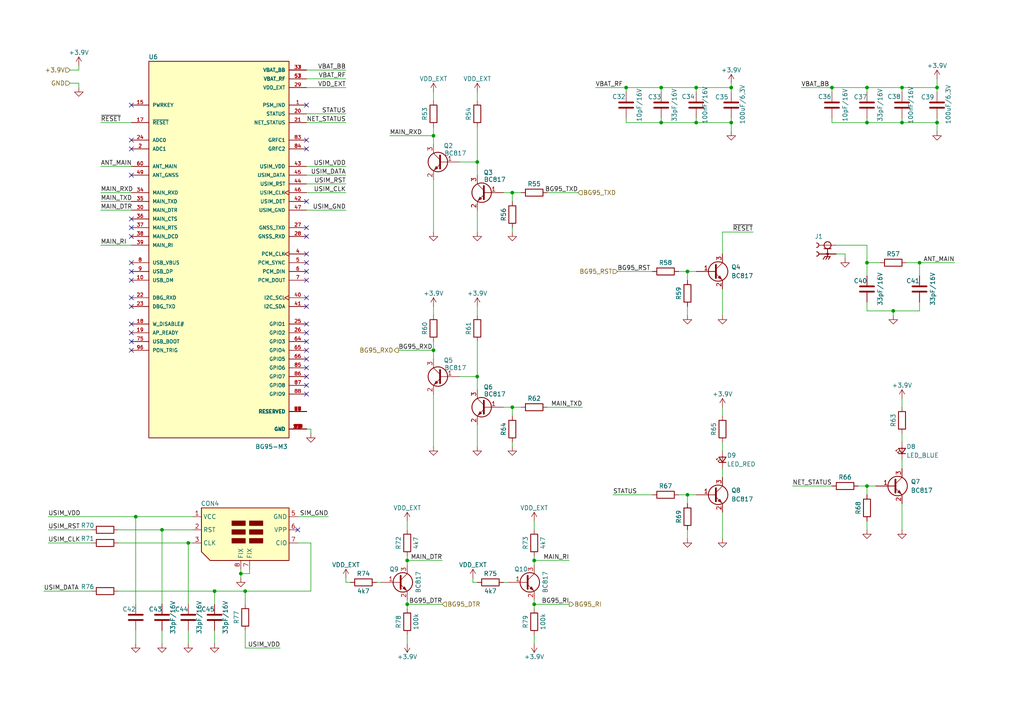
<source format=kicad_sch>
(kicad_sch (version 20211123) (generator eeschema)
  (paper "A4")
  (title_block (title "BG95-M3") (date "2022-06-24") (rev "0.0.0") (company "Magalhaes") (comment 1 "Author: Alexandre Magalhães") (comment 2 "Variant 1: Full"))
  (lib_symbols
    (symbol "Alexandre_Library:BG95-M3" (pin_names (offset 1.016))
      (property "Reference" "U" (at -20.32 54.356 0))
      (property "Value" "BG95-M3" (at -20.32 -58.42 0))
      (symbol "BG95-M3_0_0"
        (rectangle (start -20.32 -55.88) (end 20.32 53.34) (stroke (width 0.254)) (fill (type background)))
        (pin output line (at 25.4 40.64 180) (length 5.08) (name "PSM_IND") (number "1"))
        (pin bidirectional line (at -25.4 -10.16 0) (length 5.08) (name "USB_DM") (number "10"))
        (pin power_in line (at 25.4 -53.34 180) (length 5.08) (name "GND") (number "100"))
        (pin power_in line (at 25.4 -53.34 180) (length 5.08) (name "GND") (number "101"))
        (pin power_in line (at 25.4 -53.34 180) (length 5.08) (name "GND") (number "102"))
        (pin passive line (at 25.4 -48.26 180) (length 5.08) (name "RESERVED") (number "11"))
        (pin passive line (at 25.4 -48.26 180) (length 5.08) (name "RESERVED") (number "12"))
        (pin passive line (at 25.4 -48.26 180) (length 5.08) (name "RESERVED") (number "13"))
        (pin passive line (at 25.4 -48.26 180) (length 5.08) (name "RESERVED") (number "14"))
        (pin input line (at -25.4 40.64 0) (length 5.08) (name "PWRKEY") (number "15"))
        (pin passive line (at 25.4 -48.26 180) (length 5.08) (name "RESERVED") (number "16"))
        (pin input line (at -25.4 35.56 0) (length 5.08) (name "~{RESET}") (number "17"))
        (pin input line (at -25.4 -22.86 0) (length 5.08) (name "W_DISABLE#") (number "18"))
        (pin input line (at -25.4 -25.4 0) (length 5.08) (name "AP_READY") (number "19"))
        (pin input line (at -25.4 27.94 0) (length 5.08) (name "ADC1") (number "2"))
        (pin output line (at 25.4 38.1 180) (length 5.08) (name "STATUS") (number "20"))
        (pin output line (at 25.4 35.56 180) (length 5.08) (name "NET_STATUS") (number "21"))
        (pin input line (at -25.4 -15.24 0) (length 5.08) (name "DBG_RXD") (number "22"))
        (pin output line (at -25.4 -17.78 0) (length 5.08) (name "DBG_TXD") (number "23"))
        (pin input line (at -25.4 30.48 0) (length 5.08) (name "ADC0") (number "24"))
        (pin bidirectional line (at 25.4 -22.86 180) (length 5.08) (name "GPIO1") (number "25"))
        (pin bidirectional line (at 25.4 -25.4 180) (length 5.08) (name "GPIO2") (number "26"))
        (pin output line (at 25.4 5.08 180) (length 5.08) (name "GNSS_TXD") (number "27"))
        (pin input line (at 25.4 2.54 180) (length 5.08) (name "GNSS_RXD") (number "28"))
        (pin power_in line (at 25.4 45.72 180) (length 5.08) (name "VDD_EXT") (number "29"))
        (pin power_in line (at 25.4 -53.34 180) (length 5.08) (name "GND") (number "3"))
        (pin input line (at -25.4 10.16 0) (length 5.08) (name "MAIN_DTR") (number "30"))
        (pin power_in line (at 25.4 -53.34 180) (length 5.08) (name "GND") (number "31"))
        (pin power_in line (at 25.4 50.8 180) (length 5.08) (name "VBAT_BB") (number "32"))
        (pin power_in line (at 25.4 50.8 180) (length 5.08) (name "VBAT_BB") (number "33"))
        (pin input line (at -25.4 15.24 0) (length 5.08) (name "MAIN_RXD") (number "34"))
        (pin output line (at -25.4 12.7 0) (length 5.08) (name "MAIN_TXD") (number "35"))
        (pin output line (at -25.4 7.62 0) (length 5.08) (name "MAIN_CTS") (number "36"))
        (pin input line (at -25.4 5.08 0) (length 5.08) (name "MAIN_RTS") (number "37"))
        (pin output line (at -25.4 2.54 0) (length 5.08) (name "MAIN_DCD") (number "38"))
        (pin output line (at -25.4 0 0) (length 5.08) (name "MAIN_RI") (number "39"))
        (pin output clock (at 25.4 -2.54 180) (length 5.08) (name "PCM_CLK") (number "4"))
        (pin output clock (at 25.4 -15.24 180) (length 5.08) (name "I2C_SCL") (number "40"))
        (pin bidirectional line (at 25.4 -17.78 180) (length 5.08) (name "I2C_SDA") (number "41"))
        (pin input line (at 25.4 12.7 180) (length 5.08) (name "USIM_DET") (number "42"))
        (pin power_out line (at 25.4 22.86 180) (length 5.08) (name "USIM_VDD") (number "43"))
        (pin output line (at 25.4 17.78 180) (length 5.08) (name "USIM_RST") (number "44"))
        (pin bidirectional line (at 25.4 20.32 180) (length 5.08) (name "USIM_DATA") (number "45"))
        (pin output clock (at 25.4 15.24 180) (length 5.08) (name "USIM_CLK") (number "46"))
        (pin power_out line (at 25.4 10.16 180) (length 5.08) (name "USIM_GND") (number "47"))
        (pin power_in line (at 25.4 -53.34 180) (length 5.08) (name "GND") (number "48"))
        (pin input line (at -25.4 20.32 0) (length 5.08) (name "ANT_GNSS") (number "49"))
        (pin output line (at 25.4 -5.08 180) (length 5.08) (name "PCM_SYNC") (number "5"))
        (pin power_in line (at 25.4 -53.34 180) (length 5.08) (name "GND") (number "50"))
        (pin passive line (at 25.4 -48.26 180) (length 5.08) (name "RESERVED") (number "51"))
        (pin power_in line (at 25.4 48.26 180) (length 5.08) (name "VBAT_RF") (number "52"))
        (pin power_in line (at 25.4 48.26 180) (length 5.08) (name "VBAT_RF") (number "53"))
        (pin power_in line (at 25.4 -53.34 180) (length 5.08) (name "GND") (number "54"))
        (pin power_in line (at 25.4 -53.34 180) (length 5.08) (name "GND") (number "55"))
        (pin passive line (at 25.4 -48.26 180) (length 5.08) (name "RESERVED") (number "56"))
        (pin passive line (at 25.4 -48.26 180) (length 5.08) (name "RESERVED") (number "57"))
        (pin power_in line (at 25.4 -53.34 180) (length 5.08) (name "GND") (number "58"))
        (pin power_in line (at 25.4 -53.34 180) (length 5.08) (name "GND") (number "59"))
        (pin input line (at 25.4 -7.62 180) (length 5.08) (name "PCM_DIN") (number "6"))
        (pin bidirectional line (at -25.4 22.86 0) (length 5.08) (name "ANT_MAIN") (number "60"))
        (pin power_in line (at 25.4 -53.34 180) (length 5.08) (name "GND") (number "61"))
        (pin power_in line (at 25.4 -53.34 180) (length 5.08) (name "GND") (number "62"))
        (pin passive line (at 25.4 -48.26 180) (length 5.08) (name "RESERVED") (number "63"))
        (pin bidirectional line (at 25.4 -27.94 180) (length 5.08) (name "GPIO3") (number "64"))
        (pin bidirectional line (at 25.4 -30.48 180) (length 5.08) (name "GPIO4") (number "65"))
        (pin bidirectional line (at 25.4 -33.02 180) (length 5.08) (name "GPIO5") (number "66"))
        (pin power_in line (at 25.4 -53.34 180) (length 5.08) (name "GND") (number "67"))
        (pin power_in line (at 25.4 -53.34 180) (length 5.08) (name "GND") (number "68"))
        (pin power_in line (at 25.4 -53.34 180) (length 5.08) (name "GND") (number "69"))
        (pin output line (at 25.4 -10.16 180) (length 5.08) (name "PCM_DOUT") (number "7"))
        (pin power_in line (at 25.4 -53.34 180) (length 5.08) (name "GND") (number "70"))
        (pin power_in line (at 25.4 -53.34 180) (length 5.08) (name "GND") (number "71"))
        (pin power_in line (at 25.4 -53.34 180) (length 5.08) (name "GND") (number "72"))
        (pin power_in line (at 25.4 -53.34 180) (length 5.08) (name "GND") (number "73"))
        (pin power_in line (at 25.4 -53.34 180) (length 5.08) (name "GND") (number "74"))
        (pin input line (at -25.4 -27.94 0) (length 5.08) (name "USB_BOOT") (number "75"))
        (pin passive line (at 25.4 -48.26 180) (length 5.08) (name "RESERVED") (number "76"))
        (pin passive line (at 25.4 -48.26 180) (length 5.08) (name "RESERVED") (number "77"))
        (pin passive line (at 25.4 -48.26 180) (length 5.08) (name "RESERVED") (number "78"))
        (pin power_in line (at 25.4 -53.34 180) (length 5.08) (name "GND") (number "79"))
        (pin input line (at -25.4 -5.08 0) (length 5.08) (name "USB_VBUS") (number "8"))
        (pin power_in line (at 25.4 -53.34 180) (length 5.08) (name "GND") (number "80"))
        (pin power_in line (at 25.4 -53.34 180) (length 5.08) (name "GND") (number "81"))
        (pin power_in line (at 25.4 -53.34 180) (length 5.08) (name "GND") (number "82"))
        (pin output line (at 25.4 30.48 180) (length 5.08) (name "GRFC1") (number "83"))
        (pin output line (at 25.4 27.94 180) (length 5.08) (name "GRFC2") (number "84"))
        (pin bidirectional line (at 25.4 -35.56 180) (length 5.08) (name "GPIO6") (number "85"))
        (pin bidirectional line (at 25.4 -38.1 180) (length 5.08) (name "GPIO7") (number "86"))
        (pin bidirectional line (at 25.4 -40.64 180) (length 5.08) (name "GPIO8") (number "87"))
        (pin bidirectional line (at 25.4 -43.18 180) (length 5.08) (name "GPIO9") (number "88"))
        (pin power_in line (at 25.4 -53.34 180) (length 5.08) (name "GND") (number "89"))
        (pin bidirectional line (at -25.4 -7.62 0) (length 5.08) (name "USB_DP") (number "9"))
        (pin power_in line (at 25.4 -53.34 180) (length 5.08) (name "GND") (number "90"))
        (pin power_in line (at 25.4 -53.34 180) (length 5.08) (name "GND") (number "91"))
        (pin passive line (at 25.4 -48.26 180) (length 5.08) (name "RESERVED") (number "92"))
        (pin passive line (at 25.4 -48.26 180) (length 5.08) (name "RESERVED") (number "93"))
        (pin passive line (at 25.4 -48.26 180) (length 5.08) (name "RESERVED") (number "94"))
        (pin passive line (at 25.4 -48.26 180) (length 5.08) (name "RESERVED") (number "95"))
        (pin input line (at -25.4 -30.48 0) (length 5.08) (name "PON_TRIG") (number "96"))
        (pin passive line (at 25.4 -48.26 180) (length 5.08) (name "RESERVED") (number "97"))
        (pin passive line (at 25.4 -48.26 180) (length 5.08) (name "RESERVED") (number "98"))
        (pin passive line (at 25.4 -48.26 180) (length 5.08) (name "RESERVED") (number "99"))
      )
    )
    (symbol "Alexandre_Library:Power" (pin_names (offset 0))
      (property "Reference" "#PWR" (at 3.81 -2.54 0))
      (property "Value" "Power" (at 0 3.556 0))
      (symbol "Power_0_1"
        (polyline (pts (xy -0.762 1.27) (xy 0 2.54)))
        (polyline (pts (xy 0 0) (xy 0 2.54)))
        (polyline (pts (xy 0 2.54) (xy 0.762 1.27)))
      )
      (symbol "Power_1_1"
        (pin power_in line (at 0 0 180) (length 0) hide (name "") (number "1"))
      )
    )
    (symbol "Alexandre_Library:SIM_CARD"
      (property "Reference" "CON" (at 2.54 1.27 0))
      (property "Value" "SIM_CARD" (at 20.32 -16.51 0))
      (symbol "SIM_CARD_0_1"
        (polyline (pts (xy 0 0) (xy 25.4 0) (xy 25.4 -12.7) (xy 22.86 -15.24) (xy 0 -15.24) (xy 0 0)) (stroke (width 0.254)) (fill (type background)))
        (rectangle (start 7.62 -10.16) (end 11.43 -8.89) (stroke (width 0.254)) (fill (type outline)))
        (rectangle (start 7.62 -7.62) (end 11.43 -6.35) (stroke (width 0.254)) (fill (type outline)))
        (rectangle (start 7.62 -5.08) (end 11.43 -3.81) (stroke (width 0.254)) (fill (type outline)))
        (rectangle (start 12.7 -8.89) (end 16.51 -10.16) (stroke (width 0.254)) (fill (type outline)))
        (rectangle (start 12.7 -7.62) (end 16.51 -6.35) (stroke (width 0.254)) (fill (type outline)))
        (rectangle (start 12.7 -5.08) (end 16.51 -3.81) (stroke (width 0.254)) (fill (type outline)))
      )
      (symbol "SIM_CARD_1_1"
        (pin power_in line (at 27.94 -2.54 180) (length 2.54) (name "VCC") (number "1"))
        (pin input line (at 27.94 -6.35 180) (length 2.54) (name "RST") (number "2"))
        (pin input line (at 27.94 -10.16 180) (length 2.54) (name "CLK") (number "3"))
        (pin power_in line (at -2.54 -2.54 0) (length 2.54) (name "GND") (number "5"))
        (pin power_in line (at -2.54 -6.35 0) (length 2.54) (name "VPP") (number "6"))
        (pin bidirectional line (at -2.54 -10.16 0) (length 2.54) (name "CIO") (number "7"))
        (pin free line (at 11.43 -17.78 90) (length 2.54) (name "FIX") (number "7"))
        (pin free line (at 13.97 -17.78 90) (length 2.54) (name "FIX") (number "8"))
      )
    )
    (symbol "Alexandre_Library:SMA_CONNECTOR" (pin_numbers hide) (pin_names (offset 1.016) hide)
      (property "Reference" "J" (at -3.81 1.524 0))
      (property "Value" "SMA_CONNECTOR" (at -4.064 -6.858 0))
      (symbol "SMA_CONNECTOR_0_0"
        (arc (start -3.175 -3.175) (mid -2.54 -2.54) (end -3.175 -1.905) (stroke (width 0.254)))
        (arc (start -3.175 -0.635) (mid -2.54 0) (end -3.175 0.635) (stroke (width 0.254)))
        (circle (center 0 -2.54) (radius 0.254) (stroke (width 0.254)))
        (polyline (pts (xy -1.016 -1.016) (xy 0 -1.016)) (stroke (width 0.254)))
        (polyline (pts (xy -0.762 -3.302) (xy -1.27 -4.064)) (stroke (width 0.254)))
        (polyline (pts (xy 0 -3.302) (xy -0.762 -3.302)) (stroke (width 0.254)))
        (polyline (pts (xy 0 -3.302) (xy -0.508 -4.064)) (stroke (width 0.254)))
        (polyline (pts (xy 0 -3.302) (xy 0.762 -3.302)) (stroke (width 0.254)))
        (polyline (pts (xy 0 -1.016) (xy 0 -3.302)) (stroke (width 0.254)))
        (polyline (pts (xy 0 -1.016) (xy 1.016 -1.016)) (stroke (width 0.254)))
        (polyline (pts (xy 0.762 -3.302) (xy 0.254 -4.064)) (stroke (width 0.254)))
        (circle (center 0 0) (radius 1.016) (stroke (width 0.254)))
        (pin passive line (at 2.54 0 180) (length 5.08) (name "~") (number "1"))
        (pin passive line (at 2.54 -2.54 180) (length 5.08) (name "~") (number "G1"))
        (pin passive line (at 2.54 -2.54 180) (length 5.08) (name "~") (number "G2"))
        (pin passive line (at 2.54 -2.54 180) (length 5.08) (name "~") (number "G3"))
        (pin passive line (at 2.54 -2.54 180) (length 5.08) (name "~") (number "G4"))
      )
    )
    (symbol "Device:C" (pin_numbers hide) (pin_names (offset 0.254))
      (property "Reference" "C" (at 0.635 2.54 0))
      (property "Value" "C" (at 0.635 -2.54 0))
      (symbol "C_0_1"
        (polyline (pts (xy -2.032 -0.762) (xy 2.032 -0.762)) (stroke (width 0.508)))
        (polyline (pts (xy -2.032 0.762) (xy 2.032 0.762)) (stroke (width 0.508)))
      )
      (symbol "C_1_1"
        (pin passive line (at 0 3.81 270) (length 2.794) (name "~") (number "1"))
        (pin passive line (at 0 -3.81 90) (length 2.794) (name "~") (number "2"))
      )
    )
    (symbol "Device:LED_Small" (pin_numbers hide) (pin_names (offset 0.254) hide)
      (property "Reference" "D" (at -1.27 3.175 0))
      (property "Value" "LED_Small" (at -4.445 -2.54 0))
      (symbol "LED_Small_0_1"
        (polyline (pts (xy -0.762 -1.016) (xy -0.762 1.016)) (stroke (width 0.254)))
        (polyline (pts (xy 1.016 0) (xy -0.762 0)))
        (polyline (pts (xy 0.762 -1.016) (xy -0.762 0) (xy 0.762 1.016) (xy 0.762 -1.016)) (stroke (width 0.254)))
        (polyline (pts (xy 0 0.762) (xy -0.508 1.27) (xy -0.254 1.27) (xy -0.508 1.27) (xy -0.508 1.016)))
        (polyline (pts (xy 0.508 1.27) (xy 0 1.778) (xy 0.254 1.778) (xy 0 1.778) (xy 0 1.524)))
      )
      (symbol "LED_Small_1_1"
        (pin passive line (at -2.54 0 0) (length 1.778) (name "K") (number "1"))
        (pin passive line (at 2.54 0 180) (length 1.778) (name "A") (number "2"))
      )
    )
    (symbol "Device:R" (pin_numbers hide) (pin_names (offset 0))
      (property "Reference" "R" (at 2.032 0 90))
      (property "Value" "R" (at 0 0 90))
      (symbol "R_0_1"
        (rectangle (start -1.016 -2.54) (end 1.016 2.54) (stroke (width 0.254)))
      )
      (symbol "R_1_1"
        (pin passive line (at 0 3.81 270) (length 1.27) (name "~") (number "1"))
        (pin passive line (at 0 -3.81 90) (length 1.27) (name "~") (number "2"))
      )
    )
    (symbol "Transistor_BJT:BC817" (pin_names (offset 0) hide)
      (property "Reference" "Q" (at 5.08 1.905 0))
      (property "Value" "BC817" (at 5.08 0 0))
      (symbol "BC817_0_1"
        (polyline (pts (xy 0.635 0.635) (xy 2.54 2.54)))
        (polyline (pts (xy 0.635 -0.635) (xy 2.54 -2.54) (xy 2.54 -2.54)))
        (polyline (pts (xy 0.635 1.905) (xy 0.635 -1.905) (xy 0.635 -1.905)) (stroke (width 0.508)))
        (polyline (pts (xy 1.27 -1.778) (xy 1.778 -1.27) (xy 2.286 -2.286) (xy 1.27 -1.778) (xy 1.27 -1.778)) (fill (type outline)))
        (circle (center 1.27 0) (radius 2.8194) (stroke (width 0.254)))
      )
      (symbol "BC817_1_1"
        (pin input line (at -5.08 0 0) (length 5.715) (name "B") (number "1"))
        (pin passive line (at 2.54 -5.08 90) (length 2.54) (name "E") (number "2"))
        (pin passive line (at 2.54 5.08 270) (length 2.54) (name "C") (number "3"))
      )
    )
    (symbol "power:GND" (power) (pin_names (offset 0))
      (property "Value" "GND" (at 0 -3.81 0))
      (symbol "GND_0_1"
        (polyline (pts (xy 0 0) (xy 0 -1.27) (xy 1.27 -1.27) (xy 0 -2.54) (xy -1.27 -1.27) (xy 0 -1.27)))
      )
      (symbol "GND_1_1"
        (pin power_in line (at 0 0 270) (length 0) hide (name "GND") (number "1"))
      )
    )
  )
  (junction (at 71.12 171.45))
  (junction (at 201.93 35.56))
  (junction (at 191.77 25.4))
  (junction (at 46.99 153.67))
  (junction (at 181.61 25.4))
  (junction (at 201.93 25.4))
  (junction (at 118.11 175.26))
  (junction (at 251.46 140.97))
  (junction (at 118.11 162.56))
  (junction (at 259.08 90.17))
  (junction (at 241.3 25.4))
  (junction (at 154.94 175.26))
  (junction (at 191.77 35.56))
  (junction (at 251.46 76.2))
  (junction (at 125.73 39.37))
  (junction (at 261.62 25.4))
  (junction (at 62.23 171.45))
  (junction (at 125.73 101.6))
  (junction (at 199.39 143.51))
  (junction (at 261.62 35.56))
  (junction (at 54.61 157.48))
  (junction (at 199.39 78.74))
  (junction (at 271.78 25.4))
  (junction (at 154.94 162.56))
  (junction (at 251.46 25.4))
  (junction (at 69.85 166.37))
  (junction (at 271.78 35.56))
  (junction (at 251.46 35.56))
  (junction (at 266.7 76.2))
  (junction (at 148.59 118.11))
  (junction (at 138.43 46.99))
  (junction (at 148.59 55.88))
  (junction (at 212.09 35.56))
  (junction (at 138.43 109.22))
  (junction (at 39.37 149.86))
  (junction (at 212.09 25.4))
  (no_connect (at 38.1 30.48))
  (no_connect (at 88.9 66.04))
  (no_connect (at 88.9 58.42))
  (no_connect (at 38.1 50.8))
  (no_connect (at 88.9 68.58))
  (no_connect (at 38.1 68.58))
  (no_connect (at 38.1 66.04))
  (no_connect (at 38.1 63.5))
  (no_connect (at 86.36 153.67))
  (no_connect (at 88.9 30.48))
  (no_connect (at 88.9 43.18))
  (no_connect (at 88.9 40.64))
  (no_connect (at 38.1 40.64))
  (no_connect (at 38.1 43.18))
  (no_connect (at 38.1 76.2))
  (no_connect (at 38.1 78.74))
  (no_connect (at 38.1 81.28))
  (no_connect (at 38.1 93.98))
  (no_connect (at 38.1 99.06))
  (no_connect (at 38.1 96.52))
  (no_connect (at 38.1 86.36))
  (no_connect (at 38.1 101.6))
  (no_connect (at 38.1 88.9))
  (no_connect (at 88.9 114.3))
  (no_connect (at 88.9 111.76))
  (no_connect (at 88.9 109.22))
  (no_connect (at 88.9 104.14))
  (no_connect (at 88.9 99.06))
  (no_connect (at 88.9 101.6))
  (no_connect (at 88.9 106.68))
  (no_connect (at 88.9 93.98))
  (no_connect (at 88.9 96.52))
  (no_connect (at 88.9 88.9))
  (no_connect (at 88.9 86.36))
  (no_connect (at 88.9 81.28))
  (no_connect (at 88.9 73.66))
  (no_connect (at 88.9 78.74))
  (no_connect (at 88.9 76.2))
  (wire (pts (xy 251.46 34.29) (xy 251.46 35.56)))
  (wire (pts (xy 118.11 176.53) (xy 118.11 175.26)))
  (wire (pts (xy 62.23 186.69) (xy 62.23 182.88)))
  (wire (pts (xy 259.08 90.17) (xy 266.7 90.17)))
  (wire (pts (xy 88.9 33.02) (xy 100.33 33.02)))
  (wire (pts (xy 158.75 55.88) (xy 167.64 55.88)))
  (wire (pts (xy 148.59 128.27) (xy 148.59 129.54)))
  (wire (pts (xy 199.39 78.74) (xy 199.39 81.28)))
  (wire (pts (xy 38.1 48.26) (xy 29.21 48.26)))
  (wire (pts (xy 54.61 186.69) (xy 54.61 182.88)))
  (wire (pts (xy 29.21 55.88) (xy 38.1 55.88)))
  (wire (pts (xy 88.9 20.32) (xy 100.33 20.32)))
  (wire (pts (xy 209.55 67.31) (xy 218.44 67.31)))
  (wire (pts (xy 196.85 143.51) (xy 199.39 143.51)))
  (wire (pts (xy 251.46 90.17) (xy 259.08 90.17)))
  (wire (pts (xy 118.11 175.26) (xy 128.27 175.26)))
  (wire (pts (xy 261.62 146.05) (xy 261.62 153.67)))
  (wire (pts (xy 154.94 176.53) (xy 154.94 175.26)))
  (wire (pts (xy 191.77 25.4) (xy 191.77 26.67)))
  (wire (pts (xy 29.21 58.42) (xy 38.1 58.42)))
  (wire (pts (xy 62.23 171.45) (xy 62.23 175.26)))
  (wire (pts (xy 12.7 171.45) (xy 26.67 171.45)))
  (wire (pts (xy 137.16 168.91) (xy 138.43 168.91)))
  (wire (pts (xy 34.29 157.48) (xy 54.61 157.48)))
  (wire (pts (xy 179.07 78.74) (xy 189.23 78.74)))
  (wire (pts (xy 271.78 22.86) (xy 271.78 25.4)))
  (wire (pts (xy 262.89 76.2) (xy 266.7 76.2)))
  (wire (pts (xy 46.99 153.67) (xy 55.88 153.67)))
  (wire (pts (xy 88.9 22.86) (xy 100.33 22.86)))
  (wire (pts (xy 138.43 99.06) (xy 138.43 109.22)))
  (wire (pts (xy 29.21 60.96) (xy 38.1 60.96)))
  (wire (pts (xy 118.11 175.26) (xy 118.11 173.99)))
  (wire (pts (xy 69.85 165.1) (xy 69.85 166.37)))
  (wire (pts (xy 196.85 78.74) (xy 199.39 78.74)))
  (wire (pts (xy 212.09 25.4) (xy 201.93 25.4)))
  (wire (pts (xy 100.33 168.91) (xy 101.6 168.91)))
  (wire (pts (xy 113.03 39.37) (xy 125.73 39.37)))
  (wire (pts (xy 241.3 35.56) (xy 251.46 35.56)))
  (wire (pts (xy 266.7 76.2) (xy 266.7 80.01)))
  (wire (pts (xy 154.94 153.67) (xy 154.94 151.13)))
  (wire (pts (xy 138.43 123.19) (xy 138.43 129.54)))
  (wire (pts (xy 88.9 35.56) (xy 100.33 35.56)))
  (wire (pts (xy 209.55 73.66) (xy 209.55 67.31)))
  (wire (pts (xy 154.94 175.26) (xy 165.1 175.26)))
  (wire (pts (xy 248.92 140.97) (xy 251.46 140.97)))
  (wire (pts (xy 271.78 34.29) (xy 271.78 35.56)))
  (wire (pts (xy 199.39 153.67) (xy 199.39 156.21)))
  (wire (pts (xy 212.09 24.13) (xy 212.09 25.4)))
  (wire (pts (xy 148.59 66.04) (xy 148.59 67.31)))
  (wire (pts (xy 88.9 25.4) (xy 100.33 25.4)))
  (wire (pts (xy 88.9 60.96) (xy 100.33 60.96)))
  (wire (pts (xy 39.37 182.88) (xy 39.37 186.69)))
  (wire (pts (xy 29.21 35.56) (xy 38.1 35.56)))
  (wire (pts (xy 199.39 143.51) (xy 199.39 146.05)))
  (wire (pts (xy 146.05 118.11) (xy 148.59 118.11)))
  (wire (pts (xy 209.55 148.59) (xy 209.55 156.21)))
  (wire (pts (xy 137.16 167.64) (xy 137.16 168.91)))
  (wire (pts (xy 229.87 140.97) (xy 241.3 140.97)))
  (wire (pts (xy 138.43 109.22) (xy 138.43 113.03)))
  (wire (pts (xy 201.93 35.56) (xy 191.77 35.56)))
  (wire (pts (xy 125.73 36.83) (xy 125.73 39.37)))
  (wire (pts (xy 71.12 187.96) (xy 81.28 187.96)))
  (wire (pts (xy 259.08 90.17) (xy 259.08 91.44)))
  (wire (pts (xy 90.17 157.48) (xy 90.17 171.45)))
  (wire (pts (xy 71.12 182.88) (xy 71.12 187.96)))
  (wire (pts (xy 118.11 162.56) (xy 128.27 162.56)))
  (wire (pts (xy 125.73 101.6) (xy 125.73 104.14)))
  (wire (pts (xy 201.93 35.56) (xy 212.09 35.56)))
  (wire (pts (xy 133.35 109.22) (xy 138.43 109.22)))
  (wire (pts (xy 86.36 157.48) (xy 90.17 157.48)))
  (wire (pts (xy 54.61 157.48) (xy 54.61 175.26)))
  (wire (pts (xy 201.93 34.29) (xy 201.93 35.56)))
  (wire (pts (xy 209.55 128.27) (xy 209.55 130.81)))
  (wire (pts (xy 54.61 157.48) (xy 55.88 157.48)))
  (wire (pts (xy 118.11 186.69) (xy 118.11 184.15)))
  (wire (pts (xy 181.61 34.29) (xy 181.61 35.56)))
  (wire (pts (xy 154.94 186.69) (xy 154.94 184.15)))
  (wire (pts (xy 20.32 20.32) (xy 22.86 20.32)))
  (wire (pts (xy 261.62 115.57) (xy 261.62 118.11)))
  (wire (pts (xy 115.57 101.6) (xy 125.73 101.6)))
  (wire (pts (xy 29.21 71.12) (xy 38.1 71.12)))
  (wire (pts (xy 125.73 99.06) (xy 125.73 101.6)))
  (wire (pts (xy 109.22 168.91) (xy 110.49 168.91)))
  (wire (pts (xy 251.46 25.4) (xy 251.46 26.67)))
  (wire (pts (xy 22.86 24.13) (xy 22.86 25.4)))
  (wire (pts (xy 154.94 163.83) (xy 154.94 162.56)))
  (wire (pts (xy 232.41 25.4) (xy 241.3 25.4)))
  (wire (pts (xy 199.39 78.74) (xy 201.93 78.74)))
  (wire (pts (xy 172.72 25.4) (xy 181.61 25.4)))
  (wire (pts (xy 62.23 171.45) (xy 71.12 171.45)))
  (wire (pts (xy 71.12 171.45) (xy 90.17 171.45)))
  (wire (pts (xy 148.59 118.11) (xy 148.59 120.65)))
  (wire (pts (xy 148.59 55.88) (xy 151.13 55.88)))
  (wire (pts (xy 154.94 162.56) (xy 165.1 162.56)))
  (wire (pts (xy 181.61 35.56) (xy 191.77 35.56)))
  (wire (pts (xy 88.9 48.26) (xy 100.33 48.26)))
  (wire (pts (xy 271.78 35.56) (xy 271.78 38.1)))
  (wire (pts (xy 100.33 167.64) (xy 100.33 168.91)))
  (wire (pts (xy 13.97 153.67) (xy 26.67 153.67)))
  (wire (pts (xy 209.55 135.89) (xy 209.55 138.43)))
  (wire (pts (xy 154.94 162.56) (xy 154.94 161.29)))
  (wire (pts (xy 125.73 26.67) (xy 125.73 29.21)))
  (wire (pts (xy 251.46 71.12) (xy 251.46 76.2)))
  (wire (pts (xy 266.7 76.2) (xy 276.86 76.2)))
  (wire (pts (xy 242.57 73.66) (xy 245.11 73.66)))
  (wire (pts (xy 199.39 88.9) (xy 199.39 91.44)))
  (wire (pts (xy 212.09 25.4) (xy 212.09 26.67)))
  (wire (pts (xy 255.27 76.2) (xy 251.46 76.2)))
  (wire (pts (xy 86.36 149.86) (xy 95.25 149.86)))
  (wire (pts (xy 245.11 73.66) (xy 245.11 74.93)))
  (wire (pts (xy 266.7 87.63) (xy 266.7 90.17)))
  (wire (pts (xy 133.35 46.99) (xy 138.43 46.99)))
  (wire (pts (xy 118.11 153.67) (xy 118.11 151.13)))
  (wire (pts (xy 39.37 149.86) (xy 55.88 149.86)))
  (wire (pts (xy 138.43 36.83) (xy 138.43 46.99)))
  (wire (pts (xy 261.62 35.56) (xy 251.46 35.56)))
  (wire (pts (xy 34.29 171.45) (xy 62.23 171.45)))
  (wire (pts (xy 261.62 26.67) (xy 261.62 25.4)))
  (wire (pts (xy 181.61 25.4) (xy 191.77 25.4)))
  (wire (pts (xy 13.97 149.86) (xy 39.37 149.86)))
  (wire (pts (xy 138.43 88.9) (xy 138.43 91.44)))
  (wire (pts (xy 261.62 25.4) (xy 251.46 25.4)))
  (wire (pts (xy 261.62 133.35) (xy 261.62 135.89)))
  (wire (pts (xy 72.39 165.1) (xy 72.39 166.37)))
  (wire (pts (xy 199.39 143.51) (xy 201.93 143.51)))
  (wire (pts (xy 39.37 149.86) (xy 39.37 175.26)))
  (wire (pts (xy 146.05 55.88) (xy 148.59 55.88)))
  (wire (pts (xy 148.59 55.88) (xy 148.59 58.42)))
  (wire (pts (xy 181.61 26.67) (xy 181.61 25.4)))
  (wire (pts (xy 118.11 163.83) (xy 118.11 162.56)))
  (wire (pts (xy 271.78 25.4) (xy 261.62 25.4)))
  (wire (pts (xy 212.09 34.29) (xy 212.09 35.56)))
  (wire (pts (xy 191.77 34.29) (xy 191.77 35.56)))
  (wire (pts (xy 251.46 140.97) (xy 251.46 143.51)))
  (wire (pts (xy 34.29 153.67) (xy 46.99 153.67)))
  (wire (pts (xy 212.09 35.56) (xy 212.09 38.1)))
  (wire (pts (xy 22.86 19.05) (xy 22.86 20.32)))
  (wire (pts (xy 251.46 151.13) (xy 251.46 153.67)))
  (wire (pts (xy 125.73 39.37) (xy 125.73 41.91)))
  (wire (pts (xy 209.55 118.11) (xy 209.55 120.65)))
  (wire (pts (xy 88.9 124.46) (xy 90.17 124.46)))
  (wire (pts (xy 138.43 46.99) (xy 138.43 50.8)))
  (wire (pts (xy 241.3 26.67) (xy 241.3 25.4)))
  (wire (pts (xy 72.39 166.37) (xy 69.85 166.37)))
  (wire (pts (xy 251.46 140.97) (xy 254 140.97)))
  (wire (pts (xy 88.9 55.88) (xy 100.33 55.88)))
  (wire (pts (xy 201.93 26.67) (xy 201.93 25.4)))
  (wire (pts (xy 138.43 60.96) (xy 138.43 67.31)))
  (wire (pts (xy 146.05 168.91) (xy 147.32 168.91)))
  (wire (pts (xy 148.59 118.11) (xy 151.13 118.11)))
  (wire (pts (xy 90.17 124.46) (xy 90.17 125.73)))
  (wire (pts (xy 154.94 175.26) (xy 154.94 173.99)))
  (wire (pts (xy 271.78 25.4) (xy 271.78 26.67)))
  (wire (pts (xy 261.62 125.73) (xy 261.62 128.27)))
  (wire (pts (xy 118.11 162.56) (xy 118.11 161.29)))
  (wire (pts (xy 88.9 50.8) (xy 100.33 50.8)))
  (wire (pts (xy 88.9 53.34) (xy 100.33 53.34)))
  (wire (pts (xy 13.97 157.48) (xy 26.67 157.48)))
  (wire (pts (xy 261.62 34.29) (xy 261.62 35.56)))
  (wire (pts (xy 241.3 25.4) (xy 251.46 25.4)))
  (wire (pts (xy 242.57 71.12) (xy 251.46 71.12)))
  (wire (pts (xy 251.46 76.2) (xy 251.46 80.01)))
  (wire (pts (xy 158.75 118.11) (xy 168.91 118.11)))
  (wire (pts (xy 20.32 24.13) (xy 22.86 24.13)))
  (wire (pts (xy 71.12 171.45) (xy 71.12 175.26)))
  (wire (pts (xy 125.73 114.3) (xy 125.73 129.54)))
  (wire (pts (xy 209.55 83.82) (xy 209.55 91.44)))
  (wire (pts (xy 46.99 153.67) (xy 46.99 175.26)))
  (wire (pts (xy 69.85 167.64) (xy 69.85 166.37)))
  (wire (pts (xy 261.62 35.56) (xy 271.78 35.56)))
  (wire (pts (xy 251.46 87.63) (xy 251.46 90.17)))
  (wire (pts (xy 201.93 25.4) (xy 191.77 25.4)))
  (wire (pts (xy 125.73 52.07) (xy 125.73 67.31)))
  (wire (pts (xy 177.8 143.51) (xy 189.23 143.51)))
  (wire (pts (xy 241.3 34.29) (xy 241.3 35.56)))
  (wire (pts (xy 125.73 88.9) (xy 125.73 91.44)))
  (wire (pts (xy 46.99 186.69) (xy 46.99 182.88)))
  (wire (pts (xy 138.43 26.67) (xy 138.43 29.21)))
  (label "MAIN_TXD" (at 168.91 118.11 180))
  (label "USIM_VDD" (at 13.97 149.86 0))
  (label "USIM_CLK" (at 13.97 157.48 0))
  (label "MAIN_RI" (at 165.1 162.56 180))
  (label "NET_STATUS" (at 100.33 35.56 180))
  (label "BG95_TXD" (at 167.64 55.88 180))
  (label "SIM_GND" (at 95.25 149.86 180))
  (label "STATUS" (at 100.33 33.02 180))
  (label "VBAT_BB" (at 232.41 25.4 0))
  (label "VBAT_BB" (at 100.33 20.32 180))
  (label "BG95_RI" (at 165.1 175.26 180))
  (label "MAIN_DTR" (at 128.27 162.56 180))
  (label "USIM_DATA" (at 100.33 50.8 180))
  (label "VBAT_RF" (at 100.33 22.86 180))
  (label "MAIN_RXD" (at 29.21 55.88 0))
  (label "BG95_RST" (at 179.07 78.74 0))
  (label "MAIN_DTR" (at 29.21 60.96 0))
  (label "MAIN_RXD" (at 113.03 39.37 0))
  (label "ANT_MAIN" (at 276.86 76.2 180))
  (label "USIM_RST" (at 100.33 53.34 180))
  (label "USIM_VDD" (at 100.33 48.26 180))
  (label "VDD_EXT" (at 100.33 25.4 180))
  (label "NET_STATUS" (at 229.87 140.97 0))
  (label "BG95_RXD" (at 115.57 101.6 0))
  (label "~{RESET}" (at 29.21 35.56 0))
  (label "USIM_VDD" (at 81.28 187.96 180))
  (label "ANT_MAIN" (at 29.21 48.26 0))
  (label "BG95_DTR" (at 128.27 175.26 180))
  (label "MAIN_RI" (at 29.21 71.12 0))
  (label "USIM_DATA" (at 12.7 171.45 0))
  (label "USIM_RST" (at 13.97 153.67 0))
  (label "USIM_GND" (at 100.33 60.96 180))
  (label "STATUS" (at 177.8 143.51 0))
  (label "VBAT_RF" (at 172.72 25.4 0))
  (label "USIM_CLK" (at 100.33 55.88 180))
  (label "MAIN_TXD" (at 29.21 58.42 0))
  (label "~{RESET}" (at 218.44 67.31 180))
  (hierarchical_label "BG95_RST" (shape input) (at 179.07 78.74 180))
  (hierarchical_label "GND" (shape input) (at 20.32 24.13 180))
  (hierarchical_label "BG95_TXD" (shape input) (at 167.64 55.88 0))
  (hierarchical_label "BG95_RI" (shape output) (at 165.1 175.26 0))
  (hierarchical_label "+3.9V" (shape input) (at 20.32 20.32 180))
  (hierarchical_label "BG95_DTR" (shape input) (at 128.27 175.26 0))
  (hierarchical_label "BG95_RXD" (shape output) (at 115.57 101.6 180))
  (symbol (lib_id "Alexandre_Library:Power") (at 137.16 167.64 0) (unit 1)
    (property "Reference" "#PWR109" (effects hide))
    (property "Value" "VDD_EXT" (at 137.16 163.83 0))
  )
  (symbol (lib_id "Device:C") (at 62.23 179.07 0) (mirror x) (unit 1)
    (property "Reference" "C45" (at 60.3203 176.7135 0))
    (property "Value" "33pF/16V" (at 65.3754 179.0807 90))
    (property "Footprint" "Capacitor_SMD:C_0402_1005Metric_Pad0.74x0.62mm_HandSolder" (effects hide))
  )
  (symbol (lib_id "Device:R") (at 259.08 76.2 90) (unit 1)
    (property "Reference" "R57" (at 259.08 73.66 90))
  )
  (symbol (lib_id "Device:R") (at 245.11 140.97 90) (unit 1)
    (property "Reference" "R66" (at 245.11 138.43 90))
  )
  (symbol (lib_id "Device:C") (at 201.93 30.48 0) (mirror x) (unit 1)
    (property "Reference" "C34" (at 199.6199 28.0197 0))
    (property "Value" "100nF/16V" (at 204.47 30.48 90))
    (property "Footprint" "Capacitor_SMD:C_0402_1005Metric_Pad0.74x0.62mm_HandSolder" (effects hide))
  )
  (symbol (lib_id "Device:R") (at 261.62 121.92 180) (unit 1)
    (property "Reference" "R63" (at 259.08 121.92 90))
  )
  (symbol (lib_id "Device:C") (at 54.61 179.07 0) (mirror x) (unit 1)
    (property "Reference" "C44" (at 52.7003 176.7135 0))
    (property "Value" "33pF/16V" (at 57.7554 179.0807 90))
    (property "Footprint" "Capacitor_SMD:C_0402_1005Metric_Pad0.74x0.62mm_HandSolder" (effects hide))
  )
  (symbol (lib_id "Device:R") (at 30.48 153.67 90) (unit 1)
    (property "Reference" "R70" (at 25.4 152.4 90))
  )
  (symbol (lib_id "Device:C") (at 212.09 30.48 0) (mirror y) (unit 1)
    (property "Reference" "C35" (at 211.3045 28.1486 0) (effects (justify left)))
    (property "Value" "100uF/6,3V" (at 215.3421 36.0624 90) (effects (justify left)))
    (property "Footprint" "Capacitor_SMD:C_1206_3216Metric_Pad1.33x1.80mm_HandSolder" (effects hide))
  )
  (symbol (lib_id "power:GND") (at 212.09 38.1 0) (unit 1)
    (property "Reference" "#PWR0113" (effects hide))
    (property "Value" "GND" (effects hide))
  )
  (symbol (lib_id "power:GND") (at 90.17 125.73 0) (unit 1)
    (property "Reference" "#PWR0135" (effects hide))
    (property "Value" "GND" (effects hide))
  )
  (symbol (lib_id "power:GND") (at 245.11 74.93 0) (unit 1)
    (property "Reference" "#PWR0158" (effects hide))
    (property "Value" "GND" (effects hide))
  )
  (symbol (lib_id "power:GND") (at 209.55 156.21 0) (unit 1)
    (property "Reference" "#PWR0131" (effects hide))
    (property "Value" "GND" (effects hide))
  )
  (symbol (lib_id "Device:R") (at 125.73 95.25 180) (unit 1)
    (property "Reference" "R60" (at 123.19 95.25 90))
  )
  (symbol (lib_id "Alexandre_Library:Power") (at 154.94 151.13 0) (unit 1)
    (property "Reference" "#PWR102" (effects hide))
    (property "Value" "VDD_EXT" (at 154.94 147.32 0))
  )
  (symbol (lib_id "Device:R") (at 138.43 33.02 180) (unit 1)
    (property "Reference" "R54" (at 135.89 33.02 90))
  )
  (symbol (lib_id "Device:R") (at 209.55 124.46 180) (unit 1)
    (property "Reference" "R65" (at 207.01 124.46 90))
  )
  (symbol (lib_id "Alexandre_Library:Power") (at 138.43 88.9 0) (unit 1)
    (property "Reference" "#PWR91" (effects hide))
    (property "Value" "+3.9V" (at 138.43 85.09 0))
  )
  (symbol (lib_id "Device:R") (at 118.11 180.34 180) (unit 1)
    (property "Reference" "R78" (at 115.57 180.34 90))
    (property "Value" "100k" (at 120.65 180.34 90))
    (property "Footprint" "Resistor_SMD:R_0603_1608Metric_Pad0.98x0.95mm_HandSolder" (effects hide))
  )
  (symbol (lib_id "Device:R") (at 193.04 78.74 90) (unit 1)
    (property "Reference" "R58" (at 193.04 76.2 90))
  )
  (symbol (lib_id "Alexandre_Library:Power") (at 22.86 19.05 0) (unit 1)
    (property "Reference" "#PWR78" (effects hide))
    (property "Value" "+3.9V" (at 22.86 15.24 0))
  )
  (symbol (lib_id "Device:R") (at 105.41 168.91 90) (unit 1)
    (property "Reference" "R74" (at 105.41 166.37 90))
    (property "Value" "4k7" (at 105.41 171.45 90))
    (property "Footprint" "Resistor_SMD:R_0603_1608Metric_Pad0.98x0.95mm_HandSolder" (effects hide))
  )
  (symbol (lib_id "Transistor_BJT:BC817") (at 115.57 168.91 0) (unit 1)
    (property "Reference" "Q9" (at 114.3 165.1 0))
    (property "Value" "BC817" (at 121.3216 168.8491 90))
    (property "Footprint" "Package_TO_SOT_SMD:SOT-23" (effects hide))
    (property "Datasheet" "https://www.onsemi.com/pub/Collateral/BC818-D.pdf" (effects hide))
  )
  (symbol (lib_id "Transistor_BJT:BC817") (at 140.97 55.88 0) (mirror y) (unit 1)
    (property "Reference" "Q3" (at 141.6112 50.0357 0))
    (property "Value" "BC817" (at 143.51 52.07 0))
    (property "Footprint" "Package_TO_SOT_SMD:SOT-23" (effects hide))
    (property "Datasheet" "https://www.onsemi.com/pub/Collateral/BC818-D.pdf" (effects hide))
  )
  (symbol (lib_id "Device:R") (at 154.94 55.88 90) (unit 1)
    (property "Reference" "R55" (at 154.94 53.34 90))
  )
  (symbol (lib_id "Device:C") (at 266.7 83.82 0) (mirror x) (unit 1)
    (property "Reference" "C41" (at 264.7903 81.4635 0))
    (property "Value" "33pF/16V" (at 270.51 83.82 90))
    (property "Footprint" "Capacitor_SMD:C_0402_1005Metric_Pad0.74x0.62mm_HandSolder" (effects hide))
  )
  (symbol (lib_id "Transistor_BJT:BC817") (at 128.27 109.22 0) (mirror y) (unit 1)
    (property "Reference" "Q5" (at 130.0416 104.5103 0))
    (property "Value" "BC817" (at 132.08 106.68 0))
    (property "Footprint" "Package_TO_SOT_SMD:SOT-23" (effects hide))
    (property "Datasheet" "https://www.onsemi.com/pub/Collateral/BC818-D.pdf" (effects hide))
  )
  (symbol (lib_id "Alexandre_Library:Power") (at 212.09 24.13 0) (unit 1)
    (property "Reference" "#PWR80" (effects hide))
    (property "Value" "+3.9V" (at 212.09 20.32 0))
  )
  (symbol (lib_id "power:GND") (at 199.39 91.44 0) (unit 1)
    (property "Reference" "#PWR0110" (effects hide))
    (property "Value" "GND" (effects hide))
  )
  (symbol (lib_id "Device:R") (at 71.12 179.07 180) (unit 1)
    (property "Reference" "R77" (at 68.58 179.07 90))
  )
  (symbol (lib_id "Device:R") (at 148.59 124.46 180) (unit 1)
    (property "Reference" "R64" (at 146.05 124.46 90))
  )
  (symbol (lib_id "Device:C") (at 46.99 179.07 0) (mirror x) (unit 1)
    (property "Reference" "C43" (at 45.0803 176.7135 0))
    (property "Value" "33pF/16V" (at 50.1354 179.0807 90))
    (property "Footprint" "Capacitor_SMD:C_0402_1005Metric_Pad0.74x0.62mm_HandSolder" (effects hide))
  )
  (symbol (lib_id "Transistor_BJT:BC817") (at 152.4 168.91 0) (unit 1)
    (property "Reference" "Q10" (at 151.13 165.1 0))
    (property "Value" "BC817" (at 158.1516 168.8491 90))
    (property "Footprint" "Package_TO_SOT_SMD:SOT-23" (effects hide))
    (property "Datasheet" "https://www.onsemi.com/pub/Collateral/BC818-D.pdf" (effects hide))
  )
  (symbol (lib_id "Device:C") (at 271.78 30.48 0) (mirror y) (unit 1)
    (property "Reference" "C39" (at 270.9945 28.1486 0) (effects (justify left)))
    (property "Value" "100uF/6,3V" (at 275.0321 36.0624 90) (effects (justify left)))
    (property "Footprint" "Capacitor_SMD:C_1206_3216Metric_Pad1.33x1.80mm_HandSolder" (effects hide))
  )
  (symbol (lib_id "Device:C") (at 241.3 30.48 0) (mirror x) (unit 1)
    (property "Reference" "C36" (at 239.2024 28.0543 0))
    (property "Value" "10pF/16V" (at 245.11 30.48 90))
    (property "Footprint" "Capacitor_SMD:C_0402_1005Metric_Pad0.74x0.62mm_HandSolder" (effects hide))
  )
  (symbol (lib_id "Device:R") (at 193.04 143.51 90) (unit 1)
    (property "Reference" "R67" (at 193.04 140.97 90))
  )
  (symbol (lib_id "Transistor_BJT:BC817") (at 140.97 118.11 0) (mirror y) (unit 1)
    (property "Reference" "Q6" (at 141.6112 112.2657 0))
    (property "Value" "BC817" (at 143.51 114.3 0))
    (property "Footprint" "Package_TO_SOT_SMD:SOT-23" (effects hide))
    (property "Datasheet" "https://www.onsemi.com/pub/Collateral/BC818-D.pdf" (effects hide))
  )
  (symbol (lib_id "Device:R") (at 125.73 33.02 180) (unit 1)
    (property "Reference" "R53" (at 123.19 33.02 90))
  )
  (symbol (lib_id "power:GND") (at 39.37 186.69 0) (unit 1)
    (property "Reference" "#PWR0141" (effects hide))
    (property "Value" "GND" (effects hide))
  )
  (symbol (lib_id "Transistor_BJT:BC817") (at 128.27 46.99 0) (mirror y) (unit 1)
    (property "Reference" "Q2" (at 130.0416 42.2803 0))
    (property "Value" "BC817" (at 132.08 44.45 0))
    (property "Footprint" "Package_TO_SOT_SMD:SOT-23" (effects hide))
    (property "Datasheet" "https://www.onsemi.com/pub/Collateral/BC818-D.pdf" (effects hide))
  )
  (symbol (lib_id "power:GND") (at 271.78 38.1 0) (unit 1)
    (property "Reference" "#PWR0112" (effects hide))
    (property "Value" "GND" (effects hide))
  )
  (symbol (lib_id "Device:R") (at 199.39 149.86 180) (unit 1)
    (property "Reference" "R69" (at 196.85 149.86 90))
  )
  (symbol (lib_id "Device:R") (at 30.48 171.45 90) (unit 1)
    (property "Reference" "R76" (at 25.4 170.18 90))
  )
  (symbol (lib_id "power:GND") (at 22.86 25.4 0) (unit 1)
    (property "Reference" "#PWR0134" (effects hide))
    (property "Value" "GND" (effects hide))
  )
  (symbol (lib_id "Device:R") (at 148.59 62.23 180) (unit 1)
    (property "Reference" "R56" (at 146.05 62.23 90))
  )
  (symbol (lib_id "Device:C") (at 261.62 30.48 0) (mirror x) (unit 1)
    (property "Reference" "C38" (at 259.3099 28.0197 0))
    (property "Value" "100nF/16V" (at 264.16 30.48 90))
    (property "Footprint" "Capacitor_SMD:C_0402_1005Metric_Pad0.74x0.62mm_HandSolder" (effects hide))
  )
  (symbol (lib_id "power:GND") (at 62.23 186.69 0) (unit 1)
    (property "Reference" "#PWR0139" (effects hide))
    (property "Value" "GND" (effects hide))
  )
  (symbol (lib_id "Alexandre_Library:Power") (at 100.33 167.64 0) (unit 1)
    (property "Reference" "#PWR108" (effects hide))
    (property "Value" "VDD_EXT" (at 100.33 163.83 0))
  )
  (symbol (lib_id "Device:LED_Small") (at 209.55 133.35 90) (unit 1)
    (property "Reference" "D9" (at 210.82 132.08 90) (effects (justify right)))
    (property "Value" "LED_RED" (at 210.82 134.62 90) (effects (justify right)))
    (property "Footprint" "LED_SMD:LED_0603_1608Metric_Pad1.05x0.95mm_HandSolder" (effects hide))
  )
  (symbol (lib_id "Device:R") (at 199.39 85.09 180) (unit 1)
    (property "Reference" "R59" (at 196.85 85.09 90))
  )
  (symbol (lib_id "power:GND") (at 125.73 67.31 0) (unit 1)
    (property "Reference" "#PWR0137" (effects hide))
    (property "Value" "GND" (effects hide))
  )
  (symbol (lib_id "Device:R") (at 138.43 95.25 180) (unit 1)
    (property "Reference" "R61" (at 135.89 95.25 90))
  )
  (symbol (lib_id "Alexandre_Library:Power") (at 125.73 26.67 0) (unit 1)
    (property "Reference" "#PWR82" (effects hide))
    (property "Value" "VDD_EXT" (at 125.73 22.86 0))
  )
  (symbol (lib_id "Device:C") (at 181.61 30.48 0) (mirror x) (unit 1)
    (property "Reference" "C32" (at 179.5124 28.0543 0))
    (property "Value" "10pF/16V" (at 185.42 30.48 90))
    (property "Footprint" "Capacitor_SMD:C_0402_1005Metric_Pad0.74x0.62mm_HandSolder" (effects hide))
  )
  (symbol (lib_id "Device:R") (at 118.11 157.48 180) (unit 1)
    (property "Reference" "R72" (at 115.57 157.48 90))
    (property "Value" "4k7" (at 120.65 157.48 90))
    (property "Footprint" "Resistor_SMD:R_0603_1608Metric_Pad0.98x0.95mm_HandSolder" (effects hide))
  )
  (symbol (lib_id "power:GND") (at 261.62 153.67 0) (unit 1)
    (property "Reference" "#PWR0133" (effects hide))
    (property "Value" "GND" (effects hide))
  )
  (symbol (lib_id "Alexandre_Library:SIM_CARD") (at 83.82 147.32 0) (mirror y) (unit 1)
    (property "Reference" "CON4" (at 60.9134 146.0472 0))
  )
  (symbol (lib_id "Alexandre_Library:Power") (at 125.73 88.9 0) (unit 1)
    (property "Reference" "#PWR90" (effects hide))
    (property "Value" "+3.9V" (at 125.73 85.09 0))
  )
  (symbol (lib_id "Transistor_BJT:BC817") (at 259.08 140.97 0) (unit 1)
    (property "Reference" "Q7" (at 264.16 139.6999 0) (effects (justify left)))
    (property "Value" "BC817" (at 264.16 142.2399 0) (effects (justify left)))
    (property "Footprint" "Package_TO_SOT_SMD:SOT-23" (effects hide))
    (property "Datasheet" "https://www.onsemi.com/pub/Collateral/BC818-D.pdf" (effects hide))
  )
  (symbol (lib_id "power:GND") (at 46.99 186.69 0) (unit 1)
    (property "Reference" "#PWR0142" (effects hide))
    (property "Value" "GND" (effects hide))
  )
  (symbol (lib_id "power:GND") (at 138.43 129.54 0) (unit 1)
    (property "Reference" "#PWR0106" (effects hide))
    (property "Value" "GND" (effects hide))
  )
  (symbol (lib_id "Device:R") (at 30.48 157.48 90) (unit 1)
    (property "Reference" "R71" (at 25.4 156.21 90))
  )
  (symbol (lib_id "power:GND") (at 148.59 129.54 0) (unit 1)
    (property "Reference" "#PWR0105" (effects hide))
    (property "Value" "GND" (effects hide))
  )
  (symbol (lib_id "power:GND") (at 148.59 67.31 0) (unit 1)
    (property "Reference" "#PWR0104" (effects hide))
    (property "Value" "GND" (effects hide))
  )
  (symbol (lib_id "Alexandre_Library:BG95-M3") (at 63.5 71.12 0) (unit 1)
    (property "Reference" "U6" (at 44.45 16.51 0))
    (property "Value" "BG95-M3" (at 78.74 129.54 0))
    (property "Footprint" "BG95:XCVR_BG95" (effects hide))
    (property "Datasheet" "https://www.quectel.com/product/lpwa-bg95-cat-m1-cat-nb2-egprs-series" (effects hide))
    (property "PARTREV" "1.1" (effects hide))
    (property "MAXIMUM_PACKAGE_HEIGHT" "2.4 mm" (effects hide))
    (property "STANDARD" "Manufacturer Recommendations" (effects hide))
    (property "MANUFACTURER" "Quectel" (effects hide))
  )
  (symbol (lib_id "Alexandre_Library:Power") (at 118.11 151.13 0) (unit 1)
    (property "Reference" "#PWR101" (effects hide))
    (property "Value" "VDD_EXT" (at 118.11 147.32 0))
  )
  (symbol (lib_id "power:GND") (at 209.55 91.44 0) (unit 1)
    (property "Reference" "#PWR0111" (effects hide))
    (property "Value" "GND" (effects hide))
  )
  (symbol (lib_id "Device:R") (at 251.46 147.32 180) (unit 1)
    (property "Reference" "R68" (at 248.92 147.32 90))
  )
  (symbol (lib_id "Device:LED_Small") (at 261.62 130.81 90) (unit 1)
    (property "Reference" "D8" (at 262.89 129.54 90) (effects (justify right)))
    (property "Value" "LED_BLUE" (at 262.89 132.08 90) (effects (justify right)))
    (property "Footprint" "LED_SMD:LED_0603_1608Metric_Pad1.05x0.95mm_HandSolder" (effects hide))
  )
  (symbol (lib_id "Device:R") (at 154.94 157.48 180) (unit 1)
    (property "Reference" "R73" (at 152.4 157.48 90))
    (property "Value" "4k7" (at 157.48 157.48 90))
    (property "Footprint" "Resistor_SMD:R_0603_1608Metric_Pad0.98x0.95mm_HandSolder" (effects hide))
  )
  (symbol (lib_id "Device:R") (at 154.94 180.34 180) (unit 1)
    (property "Reference" "R79" (at 152.4 180.34 90))
    (property "Value" "100k" (at 157.48 180.34 90))
    (property "Footprint" "Resistor_SMD:R_0603_1608Metric_Pad0.98x0.95mm_HandSolder" (effects hide))
  )
  (symbol (lib_id "Device:R") (at 142.24 168.91 90) (unit 1)
    (property "Reference" "R75" (at 142.24 166.37 90))
    (property "Value" "4k7" (at 142.24 171.45 90))
    (property "Footprint" "Resistor_SMD:R_0603_1608Metric_Pad0.98x0.95mm_HandSolder" (effects hide))
  )
  (symbol (lib_id "Device:C") (at 191.77 30.48 0) (mirror x) (unit 1)
    (property "Reference" "C33" (at 189.8603 28.1235 0))
    (property "Value" "33pF/16V" (at 195.58 30.48 90))
    (property "Footprint" "Capacitor_SMD:C_0402_1005Metric_Pad0.74x0.62mm_HandSolder" (effects hide))
  )
  (symbol (lib_id "power:GND") (at 54.61 186.69 0) (unit 1)
    (property "Reference" "#PWR0138" (effects hide))
    (property "Value" "GND" (effects hide))
  )
  (symbol (lib_id "Alexandre_Library:Power") (at 118.11 186.69 180) (unit 1)
    (property "Reference" "#PWR114" (effects hide))
    (property "Value" "+3.9V" (at 118.11 190.5 0))
  )
  (symbol (lib_id "power:GND") (at 251.46 153.67 0) (unit 1)
    (property "Reference" "#PWR0132" (effects hide))
    (property "Value" "GND" (effects hide))
  )
  (symbol (lib_id "Device:C") (at 251.46 30.48 0) (mirror x) (unit 1)
    (property "Reference" "C37" (at 249.5503 28.1235 0))
    (property "Value" "33pF/16V" (at 255.27 30.48 90))
    (property "Footprint" "Capacitor_SMD:C_0402_1005Metric_Pad0.74x0.62mm_HandSolder" (effects hide))
  )
  (symbol (lib_id "Device:R") (at 154.94 118.11 90) (unit 1)
    (property "Reference" "R62" (at 154.94 115.57 90))
  )
  (symbol (lib_id "power:GND") (at 259.08 91.44 0) (unit 1)
    (property "Reference" "#PWR0107" (effects hide))
    (property "Value" "GND" (effects hide))
  )
  (symbol (lib_id "Alexandre_Library:Power") (at 209.55 118.11 0) (unit 1)
    (property "Reference" "#PWR96" (effects hide))
    (property "Value" "+3.9V" (at 209.55 114.3 0))
  )
  (symbol (lib_id "Device:C") (at 251.46 83.82 0) (mirror x) (unit 1)
    (property "Reference" "C40" (at 249.5503 81.4635 0))
    (property "Value" "33pF/16V" (at 255.27 83.82 90))
    (property "Footprint" "Capacitor_SMD:C_0402_1005Metric_Pad0.74x0.62mm_HandSolder" (effects hide))
  )
  (symbol (lib_id "Alexandre_Library:SMA_CONNECTOR") (at 240.03 71.12 0) (unit 1)
    (property "Reference" "J1" (at 237.49 68.58 0))
    (property "Value" "SMA_CONNECTOR" (effects hide))
    (property "Footprint" "Alexandre_Library:LPRS_SMA_CONNECTOR" (effects hide))
    (property "MANUFACTURER" "LPRS" (effects hide))
    (property "PARTREV" "1.3" (effects hide))
    (property "MAXIMUM_PACKAGE_HEIGHT" "8.3 mm" (effects hide))
    (property "STANDARD" "Manufacturer Recommendations" (effects hide))
  )
  (symbol (lib_id "power:GND") (at 69.85 167.64 0) (unit 1)
    (property "Reference" "#PWR0140" (effects hide))
    (property "Value" "GND" (effects hide))
  )
  (symbol (lib_id "power:GND") (at 138.43 67.31 0) (unit 1)
    (property "Reference" "#PWR0103" (effects hide))
    (property "Value" "GND" (effects hide))
  )
  (symbol (lib_id "power:GND") (at 199.39 156.21 0) (unit 1)
    (property "Reference" "#PWR0130" (effects hide))
    (property "Value" "GND" (effects hide))
  )
  (symbol (lib_id "Device:C") (at 39.37 179.07 0) (mirror x) (unit 1)
    (property "Reference" "C42" (at 37.4603 176.7135 0))
  )
  (symbol (lib_id "Alexandre_Library:Power") (at 261.62 115.57 0) (unit 1)
    (property "Reference" "#PWR95" (effects hide))
    (property "Value" "+3.9V" (at 261.62 111.76 0))
  )
  (symbol (lib_id "Alexandre_Library:Power") (at 154.94 186.69 180) (unit 1)
    (property "Reference" "#PWR115" (effects hide))
    (property "Value" "+3.9V" (at 154.94 190.5 0))
  )
  (symbol (lib_id "Transistor_BJT:BC817") (at 207.01 78.74 0) (unit 1)
    (property "Reference" "Q4" (at 212.09 77.4699 0) (effects (justify left)))
    (property "Value" "BC817" (at 212.09 80.0099 0) (effects (justify left)))
    (property "Footprint" "Package_TO_SOT_SMD:SOT-23" (effects hide))
    (property "Datasheet" "https://www.onsemi.com/pub/Collateral/BC818-D.pdf" (effects hide))
  )
  (symbol (lib_id "Alexandre_Library:Power") (at 271.78 22.86 0) (unit 1)
    (property "Reference" "#PWR79" (effects hide))
    (property "Value" "+3.9V" (at 271.78 19.05 0))
  )
  (symbol (lib_id "Alexandre_Library:Power") (at 138.43 26.67 0) (unit 1)
    (property "Reference" "#PWR83" (effects hide))
    (property "Value" "VDD_EXT" (at 138.43 22.86 0))
  )
  (symbol (lib_id "Transistor_BJT:BC817") (at 207.01 143.51 0) (unit 1)
    (property "Reference" "Q8" (at 212.09 142.2399 0) (effects (justify left)))
    (property "Value" "BC817" (at 212.09 144.7799 0) (effects (justify left)))
    (property "Footprint" "Package_TO_SOT_SMD:SOT-23" (effects hide))
    (property "Datasheet" "https://www.onsemi.com/pub/Collateral/BC818-D.pdf" (effects hide))
  )
  (symbol (lib_id "power:GND") (at 125.73 129.54 0) (unit 1)
    (property "Reference" "#PWR0136" (effects hide))
    (property "Value" "GND" (effects hide))
  )
)
</source>
